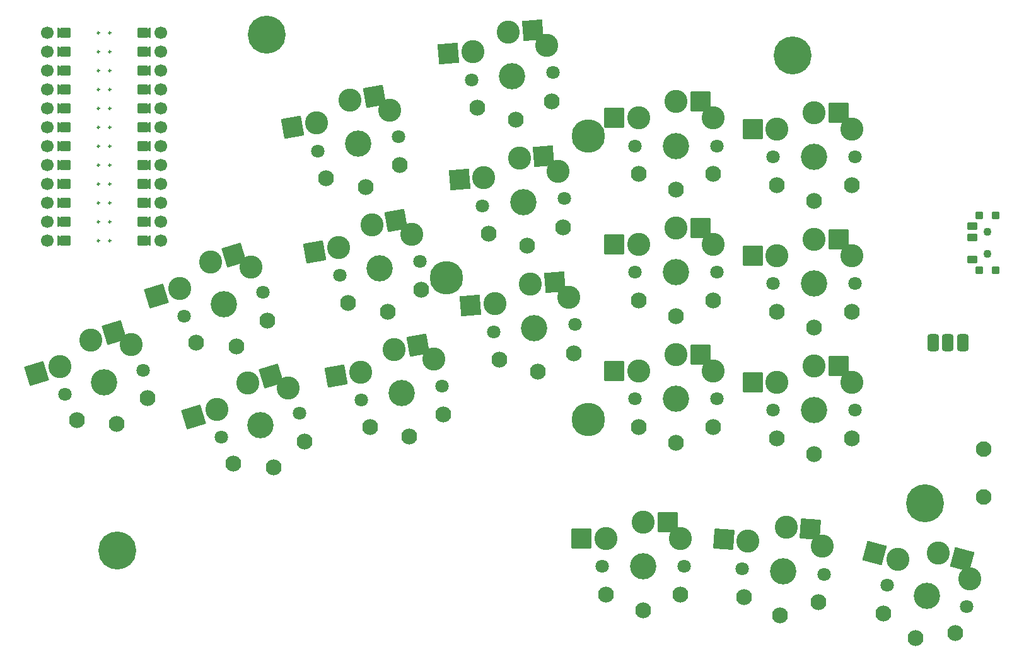
<source format=gts>
%TF.GenerationSoftware,KiCad,Pcbnew,(6.0.4-0)*%
%TF.CreationDate,2022-07-27T11:57:38+02:00*%
%TF.ProjectId,basbousa,62617362-6f75-4736-912e-6b696361645f,v1.0.0*%
%TF.SameCoordinates,Original*%
%TF.FileFunction,Soldermask,Top*%
%TF.FilePolarity,Negative*%
%FSLAX46Y46*%
G04 Gerber Fmt 4.6, Leading zero omitted, Abs format (unit mm)*
G04 Created by KiCad (PCBNEW (6.0.4-0)) date 2022-07-27 11:57:38*
%MOMM*%
%LPD*%
G01*
G04 APERTURE LIST*
G04 Aperture macros list*
%AMRoundRect*
0 Rectangle with rounded corners*
0 $1 Rounding radius*
0 $2 $3 $4 $5 $6 $7 $8 $9 X,Y pos of 4 corners*
0 Add a 4 corners polygon primitive as box body*
4,1,4,$2,$3,$4,$5,$6,$7,$8,$9,$2,$3,0*
0 Add four circle primitives for the rounded corners*
1,1,$1+$1,$2,$3*
1,1,$1+$1,$4,$5*
1,1,$1+$1,$6,$7*
1,1,$1+$1,$8,$9*
0 Add four rect primitives between the rounded corners*
20,1,$1+$1,$2,$3,$4,$5,0*
20,1,$1+$1,$4,$5,$6,$7,0*
20,1,$1+$1,$6,$7,$8,$9,0*
20,1,$1+$1,$8,$9,$2,$3,0*%
%AMFreePoly0*
4,1,14,0.035355,0.435355,0.635355,-0.164645,0.650000,-0.200000,0.650000,-0.400000,0.635355,-0.435355,0.600000,-0.450000,-0.600000,-0.450000,-0.635355,-0.435355,-0.650000,-0.400000,-0.650000,-0.200000,-0.635355,-0.164645,-0.035355,0.435355,0.000000,0.450000,0.035355,0.435355,0.035355,0.435355,$1*%
%AMFreePoly1*
4,1,16,0.635355,0.285355,0.650000,0.250000,0.650000,-1.000000,0.635355,-1.035355,0.600000,-1.050000,0.564645,-1.035355,0.000000,-0.470710,-0.564645,-1.035355,-0.600000,-1.050000,-0.635355,-1.035355,-0.650000,-1.000000,-0.650000,0.250000,-0.635355,0.285355,-0.600000,0.300000,0.600000,0.300000,0.635355,0.285355,0.635355,0.285355,$1*%
G04 Aperture macros list end*
%ADD10C,0.250000*%
%ADD11C,0.100000*%
%ADD12C,5.100000*%
%ADD13RoundRect,0.050000X-0.450000X0.450000X-0.450000X-0.450000X0.450000X-0.450000X0.450000X0.450000X0*%
%ADD14RoundRect,0.050000X-0.625000X0.450000X-0.625000X-0.450000X0.625000X-0.450000X0.625000X0.450000X0*%
%ADD15RoundRect,0.425000X-0.375000X-0.750000X0.375000X-0.750000X0.375000X0.750000X-0.375000X0.750000X0*%
%ADD16C,2.100000*%
%ADD17C,3.100000*%
%ADD18C,1.801800*%
%ADD19C,3.529000*%
%ADD20RoundRect,0.050000X-1.054507X-1.505993X1.505993X-1.054507X1.054507X1.505993X-1.505993X1.054507X0*%
%ADD21C,2.132000*%
%ADD22RoundRect,0.050000X-1.181751X-1.408356X1.408356X-1.181751X1.181751X1.408356X-1.408356X1.181751X0*%
%ADD23RoundRect,0.050000X-1.300000X-1.300000X1.300000X-1.300000X1.300000X1.300000X-1.300000X1.300000X0*%
%ADD24RoundRect,0.050000X-1.592168X-0.919239X0.919239X-1.592168X1.592168X0.919239X-0.919239X1.592168X0*%
%ADD25C,1.100000*%
%ADD26RoundRect,0.050000X-0.863113X-1.623279X1.623279X-0.863113X0.863113X1.623279X-1.623279X0.863113X0*%
%ADD27C,4.500000*%
%ADD28RoundRect,0.050000X-1.387517X-1.206150X1.206150X-1.387517X1.387517X1.206150X-1.206150X1.387517X0*%
%ADD29FreePoly0,270.000000*%
%ADD30C,1.700000*%
%ADD31FreePoly0,90.000000*%
%ADD32FreePoly1,90.000000*%
%ADD33FreePoly1,270.000000*%
G04 APERTURE END LIST*
D10*
%TO.C,*%
X39495000Y114808000D02*
G75*
G03*
X39495000Y114808000I-125000J0D01*
G01*
X37971000Y99568000D02*
G75*
G03*
X37971000Y99568000I-125000J0D01*
G01*
X39495000Y107188000D02*
G75*
G03*
X39495000Y107188000I-125000J0D01*
G01*
X37971000Y97028000D02*
G75*
G03*
X37971000Y97028000I-125000J0D01*
G01*
X39495000Y99568000D02*
G75*
G03*
X39495000Y99568000I-125000J0D01*
G01*
X39495000Y91948000D02*
G75*
G03*
X39495000Y91948000I-125000J0D01*
G01*
X37971000Y107188000D02*
G75*
G03*
X37971000Y107188000I-125000J0D01*
G01*
X39495000Y94488000D02*
G75*
G03*
X39495000Y94488000I-125000J0D01*
G01*
X37971000Y94488000D02*
G75*
G03*
X37971000Y94488000I-125000J0D01*
G01*
X39495000Y109728000D02*
G75*
G03*
X39495000Y109728000I-125000J0D01*
G01*
X39495000Y117348000D02*
G75*
G03*
X39495000Y117348000I-125000J0D01*
G01*
X39495000Y104648000D02*
G75*
G03*
X39495000Y104648000I-125000J0D01*
G01*
X37971000Y119888000D02*
G75*
G03*
X37971000Y119888000I-125000J0D01*
G01*
X37971000Y112268000D02*
G75*
G03*
X37971000Y112268000I-125000J0D01*
G01*
X37971000Y117348000D02*
G75*
G03*
X37971000Y117348000I-125000J0D01*
G01*
X39495000Y102108000D02*
G75*
G03*
X39495000Y102108000I-125000J0D01*
G01*
X39495000Y97028000D02*
G75*
G03*
X39495000Y97028000I-125000J0D01*
G01*
X39495000Y119888000D02*
G75*
G03*
X39495000Y119888000I-125000J0D01*
G01*
X37971000Y109728000D02*
G75*
G03*
X37971000Y109728000I-125000J0D01*
G01*
X37971000Y102108000D02*
G75*
G03*
X37971000Y102108000I-125000J0D01*
G01*
X37971000Y114808000D02*
G75*
G03*
X37971000Y114808000I-125000J0D01*
G01*
X39495000Y112268000D02*
G75*
G03*
X39495000Y112268000I-125000J0D01*
G01*
X37971000Y104648000D02*
G75*
G03*
X37971000Y104648000I-125000J0D01*
G01*
X37971000Y91948000D02*
G75*
G03*
X37971000Y91948000I-125000J0D01*
G01*
G36*
X44704000Y104140000D02*
G01*
X43688000Y104140000D01*
X43688000Y105156000D01*
X44704000Y105156000D01*
X44704000Y104140000D01*
G37*
D11*
X44704000Y104140000D02*
X43688000Y104140000D01*
X43688000Y105156000D01*
X44704000Y105156000D01*
X44704000Y104140000D01*
G36*
X44704000Y93980000D02*
G01*
X43688000Y93980000D01*
X43688000Y94996000D01*
X44704000Y94996000D01*
X44704000Y93980000D01*
G37*
X44704000Y93980000D02*
X43688000Y93980000D01*
X43688000Y94996000D01*
X44704000Y94996000D01*
X44704000Y93980000D01*
G36*
X33528000Y101600000D02*
G01*
X32512000Y101600000D01*
X32512000Y102616000D01*
X33528000Y102616000D01*
X33528000Y101600000D01*
G37*
X33528000Y101600000D02*
X32512000Y101600000D01*
X32512000Y102616000D01*
X33528000Y102616000D01*
X33528000Y101600000D01*
G36*
X33528000Y119380000D02*
G01*
X32512000Y119380000D01*
X32512000Y120396000D01*
X33528000Y120396000D01*
X33528000Y119380000D01*
G37*
X33528000Y119380000D02*
X32512000Y119380000D01*
X32512000Y120396000D01*
X33528000Y120396000D01*
X33528000Y119380000D01*
G36*
X44704000Y91440000D02*
G01*
X43688000Y91440000D01*
X43688000Y92456000D01*
X44704000Y92456000D01*
X44704000Y91440000D01*
G37*
X44704000Y91440000D02*
X43688000Y91440000D01*
X43688000Y92456000D01*
X44704000Y92456000D01*
X44704000Y91440000D01*
G36*
X33528000Y116840000D02*
G01*
X32512000Y116840000D01*
X32512000Y117856000D01*
X33528000Y117856000D01*
X33528000Y116840000D01*
G37*
X33528000Y116840000D02*
X32512000Y116840000D01*
X32512000Y117856000D01*
X33528000Y117856000D01*
X33528000Y116840000D01*
G36*
X44704000Y99060000D02*
G01*
X43688000Y99060000D01*
X43688000Y100076000D01*
X44704000Y100076000D01*
X44704000Y99060000D01*
G37*
X44704000Y99060000D02*
X43688000Y99060000D01*
X43688000Y100076000D01*
X44704000Y100076000D01*
X44704000Y99060000D01*
G36*
X33528000Y104140000D02*
G01*
X32512000Y104140000D01*
X32512000Y105156000D01*
X33528000Y105156000D01*
X33528000Y104140000D01*
G37*
X33528000Y104140000D02*
X32512000Y104140000D01*
X32512000Y105156000D01*
X33528000Y105156000D01*
X33528000Y104140000D01*
G36*
X33528000Y99060000D02*
G01*
X32512000Y99060000D01*
X32512000Y100076000D01*
X33528000Y100076000D01*
X33528000Y99060000D01*
G37*
X33528000Y99060000D02*
X32512000Y99060000D01*
X32512000Y100076000D01*
X33528000Y100076000D01*
X33528000Y99060000D01*
G36*
X33528000Y106680000D02*
G01*
X32512000Y106680000D01*
X32512000Y107696000D01*
X33528000Y107696000D01*
X33528000Y106680000D01*
G37*
X33528000Y106680000D02*
X32512000Y106680000D01*
X32512000Y107696000D01*
X33528000Y107696000D01*
X33528000Y106680000D01*
G36*
X44704000Y114300000D02*
G01*
X43688000Y114300000D01*
X43688000Y115316000D01*
X44704000Y115316000D01*
X44704000Y114300000D01*
G37*
X44704000Y114300000D02*
X43688000Y114300000D01*
X43688000Y115316000D01*
X44704000Y115316000D01*
X44704000Y114300000D01*
G36*
X44704000Y109220000D02*
G01*
X43688000Y109220000D01*
X43688000Y110236000D01*
X44704000Y110236000D01*
X44704000Y109220000D01*
G37*
X44704000Y109220000D02*
X43688000Y109220000D01*
X43688000Y110236000D01*
X44704000Y110236000D01*
X44704000Y109220000D01*
G36*
X33528000Y96520000D02*
G01*
X32512000Y96520000D01*
X32512000Y97536000D01*
X33528000Y97536000D01*
X33528000Y96520000D01*
G37*
X33528000Y96520000D02*
X32512000Y96520000D01*
X32512000Y97536000D01*
X33528000Y97536000D01*
X33528000Y96520000D01*
G36*
X44704000Y111760000D02*
G01*
X43688000Y111760000D01*
X43688000Y112776000D01*
X44704000Y112776000D01*
X44704000Y111760000D01*
G37*
X44704000Y111760000D02*
X43688000Y111760000D01*
X43688000Y112776000D01*
X44704000Y112776000D01*
X44704000Y111760000D01*
G36*
X44704000Y96520000D02*
G01*
X43688000Y96520000D01*
X43688000Y97536000D01*
X44704000Y97536000D01*
X44704000Y96520000D01*
G37*
X44704000Y96520000D02*
X43688000Y96520000D01*
X43688000Y97536000D01*
X44704000Y97536000D01*
X44704000Y96520000D01*
G36*
X33528000Y93980000D02*
G01*
X32512000Y93980000D01*
X32512000Y94996000D01*
X33528000Y94996000D01*
X33528000Y93980000D01*
G37*
X33528000Y93980000D02*
X32512000Y93980000D01*
X32512000Y94996000D01*
X33528000Y94996000D01*
X33528000Y93980000D01*
G36*
X33528000Y109220000D02*
G01*
X32512000Y109220000D01*
X32512000Y110236000D01*
X33528000Y110236000D01*
X33528000Y109220000D01*
G37*
X33528000Y109220000D02*
X32512000Y109220000D01*
X32512000Y110236000D01*
X33528000Y110236000D01*
X33528000Y109220000D01*
G36*
X44704000Y116840000D02*
G01*
X43688000Y116840000D01*
X43688000Y117856000D01*
X44704000Y117856000D01*
X44704000Y116840000D01*
G37*
X44704000Y116840000D02*
X43688000Y116840000D01*
X43688000Y117856000D01*
X44704000Y117856000D01*
X44704000Y116840000D01*
G36*
X33528000Y91440000D02*
G01*
X32512000Y91440000D01*
X32512000Y92456000D01*
X33528000Y92456000D01*
X33528000Y91440000D01*
G37*
X33528000Y91440000D02*
X32512000Y91440000D01*
X32512000Y92456000D01*
X33528000Y92456000D01*
X33528000Y91440000D01*
G36*
X33528000Y111760000D02*
G01*
X32512000Y111760000D01*
X32512000Y112776000D01*
X33528000Y112776000D01*
X33528000Y111760000D01*
G37*
X33528000Y111760000D02*
X32512000Y111760000D01*
X32512000Y112776000D01*
X33528000Y112776000D01*
X33528000Y111760000D01*
G36*
X33528000Y114300000D02*
G01*
X32512000Y114300000D01*
X32512000Y115316000D01*
X33528000Y115316000D01*
X33528000Y114300000D01*
G37*
X33528000Y114300000D02*
X32512000Y114300000D01*
X32512000Y115316000D01*
X33528000Y115316000D01*
X33528000Y114300000D01*
G36*
X44704000Y119380000D02*
G01*
X43688000Y119380000D01*
X43688000Y120396000D01*
X44704000Y120396000D01*
X44704000Y119380000D01*
G37*
X44704000Y119380000D02*
X43688000Y119380000D01*
X43688000Y120396000D01*
X44704000Y120396000D01*
X44704000Y119380000D01*
G36*
X44704000Y106680000D02*
G01*
X43688000Y106680000D01*
X43688000Y107696000D01*
X44704000Y107696000D01*
X44704000Y106680000D01*
G37*
X44704000Y106680000D02*
X43688000Y106680000D01*
X43688000Y107696000D01*
X44704000Y107696000D01*
X44704000Y106680000D01*
G36*
X44704000Y101600000D02*
G01*
X43688000Y101600000D01*
X43688000Y102616000D01*
X44704000Y102616000D01*
X44704000Y101600000D01*
G37*
X44704000Y101600000D02*
X43688000Y101600000D01*
X43688000Y102616000D01*
X44704000Y102616000D01*
X44704000Y101600000D01*
%TD*%
D12*
%TO.C,*%
X60452000Y119634000D03*
%TD*%
%TO.C,*%
X148844000Y56642000D03*
%TD*%
%TO.C,*%
X131064000Y116840000D03*
%TD*%
%TO.C,*%
X40386000Y50292000D03*
%TD*%
D13*
%TO.C,T1*%
X156169000Y87958000D03*
X158369000Y95358000D03*
X158369000Y87958000D03*
X156169000Y95358000D03*
D14*
X155194000Y89408000D03*
X155194000Y92408000D03*
X155194000Y93908000D03*
%TD*%
D15*
%TO.C,PAD1*%
X149924000Y78232000D03*
X153924000Y78232000D03*
X151924000Y78232000D03*
%TD*%
D16*
%TO.C,B1*%
X156718000Y63956000D03*
X156718000Y57456000D03*
%TD*%
D17*
%TO.C,S11*%
X76973296Y109514099D03*
X71667231Y110812436D03*
D18*
X78116881Y105907895D03*
X67283995Y103997765D03*
D19*
X72700438Y104952830D03*
D17*
X67125219Y107777617D03*
D20*
X74892476Y111381133D03*
D21*
X78284340Y102078801D03*
X68436262Y100342320D03*
D20*
X63899972Y107208920D03*
D21*
X73724962Y99142464D03*
%TD*%
D18*
%TO.C,S15*%
X100384204Y97593524D03*
D19*
X94905133Y97114167D03*
D17*
X89597326Y100414117D03*
X99559273Y101285675D03*
D18*
X89426062Y96634810D03*
D17*
X94386556Y103041525D03*
D21*
X100217298Y93764406D03*
D22*
X97649093Y103326959D03*
D21*
X90255351Y92892848D03*
X95419352Y91236618D03*
D22*
X86334787Y100128683D03*
%TD*%
D18*
%TO.C,S21*%
X109911087Y87686017D03*
D19*
X115411087Y87686017D03*
D18*
X120911087Y87686017D03*
D17*
X110411087Y91436016D03*
X120411087Y91436016D03*
X115411087Y93636017D03*
D23*
X118686086Y93636016D03*
D21*
X120411087Y83886017D03*
X110411087Y83886017D03*
D23*
X107136086Y91436017D03*
D21*
X115411087Y81786017D03*
%TD*%
D17*
%TO.C,S29*%
X133985000Y109128000D03*
D18*
X128485000Y103178000D03*
D17*
X128985000Y106927999D03*
D18*
X139485000Y103178000D03*
D19*
X133985000Y103178000D03*
D17*
X138985000Y106927999D03*
D21*
X128985000Y99378000D03*
X138985000Y99378000D03*
D23*
X137259999Y109127999D03*
D21*
X133985000Y97278000D03*
D23*
X125709999Y106928000D03*
%TD*%
D17*
%TO.C,S33*%
X154898200Y46524126D03*
X150637973Y49943259D03*
D18*
X143785408Y45619505D03*
X154410592Y42772495D03*
D19*
X149098000Y44196000D03*
D17*
X145238942Y49112316D03*
D21*
X143284858Y41819577D03*
X152944117Y39231387D03*
D24*
X153801379Y49095626D03*
D21*
X147570968Y38497038D03*
D24*
X142075534Y49959950D03*
%TD*%
D18*
%TO.C,S7*%
X73188033Y70514301D03*
D17*
X73029257Y74294153D03*
D19*
X78604476Y71469366D03*
D18*
X84020919Y72424431D03*
D17*
X82877334Y76030635D03*
X77571269Y77328972D03*
D20*
X80796514Y77897669D03*
D21*
X74340300Y66858856D03*
X84188378Y68595337D03*
X79629000Y65659000D03*
D20*
X69804010Y73725456D03*
%TD*%
D25*
%TO.C,T2*%
X157269000Y93158000D03*
X157269000Y90158000D03*
%TD*%
D18*
%TO.C,S1*%
X33339941Y71313701D03*
X43859293Y74529789D03*
D17*
X36860005Y78611758D03*
D19*
X38599617Y72921745D03*
D17*
X42284747Y77969745D03*
X32721700Y75046028D03*
D26*
X39991903Y79569274D03*
D21*
X34929106Y67825928D03*
X44492153Y70749645D03*
X40324610Y67279547D03*
D26*
X29589800Y74088512D03*
%TD*%
D17*
%TO.C,S5*%
X48785089Y85490480D03*
D18*
X59922682Y84974241D03*
D17*
X52923394Y89056210D03*
D19*
X54663006Y83366197D03*
D18*
X49403330Y81758153D03*
D17*
X58348136Y88414197D03*
D21*
X50992495Y78270380D03*
D26*
X56055292Y90013726D03*
D21*
X60555542Y81194097D03*
D26*
X45653189Y84532964D03*
D21*
X56387999Y77723999D03*
%TD*%
D18*
%TO.C,S27*%
X128485000Y86178000D03*
D17*
X128985000Y89927999D03*
D19*
X133985000Y86178000D03*
D17*
X138985000Y89927999D03*
D18*
X139485000Y86178000D03*
D17*
X133985000Y92128000D03*
D23*
X137259999Y92127999D03*
D21*
X138985000Y82378000D03*
X128985000Y82378000D03*
D23*
X125709999Y89928000D03*
D21*
X133985000Y80278000D03*
%TD*%
D17*
%TO.C,S9*%
X79925315Y92772367D03*
D18*
X70236014Y87256033D03*
X81068900Y89166163D03*
D17*
X74619250Y94070704D03*
D19*
X75652457Y88211098D03*
D17*
X70077238Y91035885D03*
D21*
X71388281Y83600588D03*
X81236359Y85337069D03*
D20*
X77844495Y94639401D03*
X66851991Y90467188D03*
D21*
X76676981Y82400732D03*
%TD*%
D17*
%TO.C,S13*%
X101040921Y84350365D03*
D19*
X96386781Y80178857D03*
D18*
X101865852Y80658214D03*
X90907710Y79699500D03*
D17*
X91078974Y83478807D03*
X95868204Y86106215D03*
D22*
X99130741Y86391649D03*
D21*
X91736999Y75957538D03*
X101698946Y76829096D03*
X96901000Y74301308D03*
D22*
X87816435Y83193373D03*
%TD*%
D17*
%TO.C,S17*%
X98077626Y118220985D03*
X88115679Y117349427D03*
D18*
X87944415Y113570120D03*
D17*
X92904909Y119976835D03*
D19*
X93423486Y114049477D03*
D18*
X98902557Y114528834D03*
D21*
X88773704Y109828158D03*
D22*
X96167446Y120262269D03*
D21*
X98735651Y110699716D03*
X93937705Y108171928D03*
D22*
X84853140Y117063993D03*
%TD*%
D27*
%TO.C,REF\u002A\u002A*%
X84582000Y86995000D03*
X103632000Y106045000D03*
X103632000Y67945000D03*
%TD*%
D18*
%TO.C,S31*%
X135280602Y47114339D03*
D17*
X125067766Y51587647D03*
D18*
X124307398Y47881661D03*
D17*
X130209051Y53433506D03*
D19*
X129794000Y47498000D03*
D17*
X135043407Y50890082D03*
D28*
X133476072Y53205053D03*
D21*
X134516746Y43358474D03*
X124541105Y44056039D03*
D28*
X121800743Y51816100D03*
D21*
X129382437Y41612372D03*
%TD*%
D17*
%TO.C,S3*%
X57893713Y72799029D03*
X53755408Y69233299D03*
X63318455Y72157016D03*
D18*
X64893001Y68717060D03*
D19*
X59633325Y67109016D03*
D18*
X54373649Y65500972D03*
D21*
X55962814Y62013199D03*
D26*
X61025611Y73756545D03*
D21*
X65525861Y64936916D03*
X61358318Y61466818D03*
D26*
X50623508Y68275783D03*
%TD*%
D17*
%TO.C,S23*%
X110411087Y108436016D03*
X120411087Y108436016D03*
X115411087Y110636017D03*
D18*
X109911087Y104686017D03*
X120911087Y104686017D03*
D19*
X115411087Y104686017D03*
D21*
X110411087Y100886017D03*
D23*
X118686086Y110636016D03*
D21*
X120411087Y100886017D03*
D23*
X107136086Y108436017D03*
D21*
X115411087Y98786017D03*
%TD*%
D19*
%TO.C,S25*%
X133985000Y69178000D03*
D17*
X128985000Y72927999D03*
D18*
X139485000Y69178000D03*
D17*
X133985000Y75128000D03*
X138985000Y72927999D03*
D18*
X128485000Y69178000D03*
D21*
X138985000Y65378000D03*
D23*
X137259999Y75127999D03*
D21*
X128985000Y65378000D03*
D23*
X125709999Y72928000D03*
D21*
X133985000Y63278000D03*
%TD*%
D17*
%TO.C,S19*%
X110411087Y74436016D03*
D18*
X120911087Y70686017D03*
D17*
X115411087Y76636017D03*
D19*
X115411087Y70686017D03*
D17*
X120411087Y74436016D03*
D18*
X109911087Y70686017D03*
D21*
X110411087Y66886017D03*
D23*
X118686086Y76636016D03*
D21*
X120411087Y66886017D03*
X115411087Y64786017D03*
D23*
X107136086Y74436017D03*
%TD*%
D17*
%TO.C,S31*%
X116010319Y51938381D03*
X111010319Y54138382D03*
D18*
X116510319Y48188382D03*
D19*
X111010319Y48188382D03*
D18*
X105510319Y48188382D03*
D17*
X106010319Y51938381D03*
D21*
X106010319Y44388382D03*
X116010319Y44388382D03*
D23*
X114285318Y54138381D03*
D21*
X111010319Y42288382D03*
D23*
X102735318Y51938382D03*
%TD*%
D29*
%TO.C,*%
X32766000Y119888000D03*
D30*
X46228000Y99568000D03*
X46228000Y91948000D03*
X30988000Y97028000D03*
X30988000Y112268000D03*
X46228000Y104648000D03*
D29*
X32766000Y91948000D03*
X32766000Y114808000D03*
X32766000Y109728000D03*
D30*
X46228000Y102108000D03*
D29*
X32766000Y104648000D03*
D31*
X44450000Y119888000D03*
D30*
X30988000Y104648000D03*
D31*
X44450000Y117348000D03*
D30*
X30988000Y94488000D03*
X30988000Y102108000D03*
D29*
X32766000Y112268000D03*
D31*
X44450000Y97028000D03*
D30*
X46228000Y94488000D03*
X30988000Y99568000D03*
X30988000Y114808000D03*
X30988000Y109728000D03*
X46228000Y112268000D03*
D31*
X44450000Y112268000D03*
D29*
X32766000Y117348000D03*
D31*
X44450000Y91948000D03*
X44450000Y104648000D03*
D30*
X30988000Y119888000D03*
D31*
X44450000Y109728000D03*
D30*
X46228000Y119888000D03*
X46228000Y117348000D03*
D29*
X32766000Y107188000D03*
X32766000Y102108000D03*
D30*
X46228000Y97028000D03*
X46228000Y114808000D03*
D31*
X44450000Y94488000D03*
X44450000Y102108000D03*
D30*
X30988000Y91948000D03*
D29*
X32766000Y97028000D03*
D31*
X44450000Y99568000D03*
D30*
X30988000Y107188000D03*
X46228000Y109728000D03*
D31*
X44450000Y107188000D03*
D30*
X30988000Y117348000D03*
D31*
X44450000Y114808000D03*
D29*
X32766000Y94488000D03*
X32766000Y99568000D03*
D30*
X46228000Y107188000D03*
D32*
X43434000Y119888000D03*
X43434000Y117348000D03*
X43434000Y114808000D03*
X43434000Y112268000D03*
X43434000Y109728000D03*
X43434000Y107188000D03*
X43434000Y104648000D03*
X43434000Y102108000D03*
X43434000Y99568000D03*
X43434000Y97028000D03*
X43434000Y94488000D03*
X43434000Y91948000D03*
D33*
X33782000Y91948000D03*
X33782000Y94488000D03*
X33782000Y97028000D03*
X33782000Y99568000D03*
X33782000Y102108000D03*
X33782000Y104648000D03*
X33782000Y107188000D03*
X33782000Y109728000D03*
X33782000Y112268000D03*
X33782000Y114808000D03*
X33782000Y117348000D03*
X33782000Y119888000D03*
%TD*%
M02*

</source>
